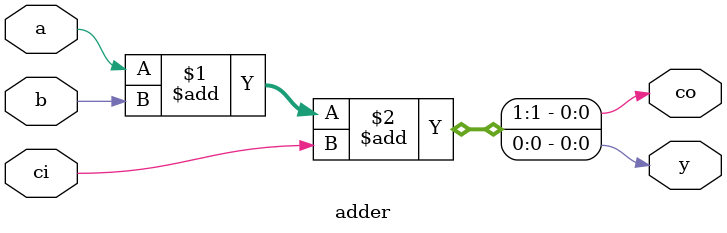
<source format=v>
module adder(input a, b, ci, output y, co);
assign {co, y} = a + b + ci;
endmodule

</source>
